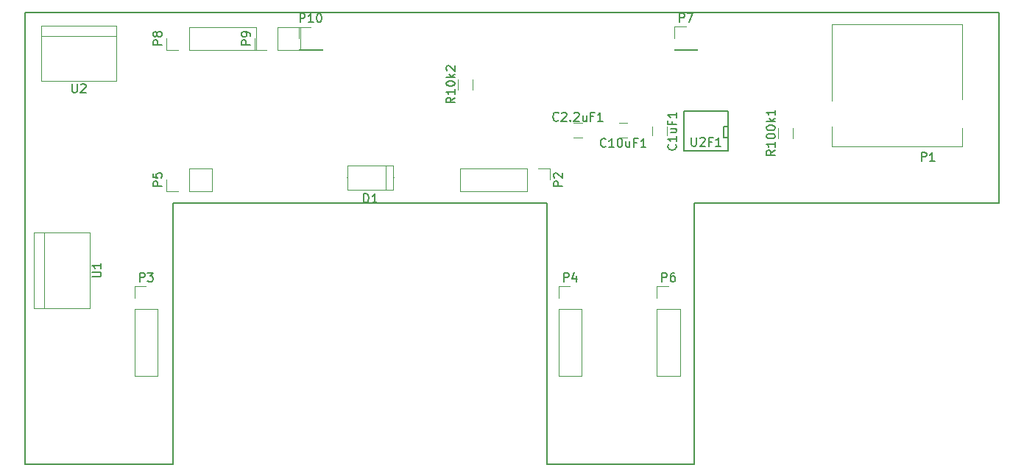
<source format=gbr>
G04 #@! TF.GenerationSoftware,KiCad,Pcbnew,(5.0.0)*
G04 #@! TF.CreationDate,2018-11-23T00:32:49+07:00*
G04 #@! TF.ProjectId,ext_module,6578745F6D6F64756C652E6B69636164,rev?*
G04 #@! TF.SameCoordinates,Original*
G04 #@! TF.FileFunction,Legend,Top*
G04 #@! TF.FilePolarity,Positive*
%FSLAX46Y46*%
G04 Gerber Fmt 4.6, Leading zero omitted, Abs format (unit mm)*
G04 Created by KiCad (PCBNEW (5.0.0)) date 11/23/18 00:32:49*
%MOMM*%
%LPD*%
G01*
G04 APERTURE LIST*
%ADD10C,0.150000*%
%ADD11C,0.120000*%
G04 APERTURE END LIST*
D10*
X21000000Y-23000000D02*
X21000000Y-75000000D01*
X133000000Y-23000000D02*
X21000000Y-23000000D01*
X133000000Y-45000000D02*
X133000000Y-23000000D01*
X98000000Y-45000000D02*
X133000000Y-45000000D01*
X98000000Y-75000000D02*
X98000000Y-45000000D01*
X81000000Y-75000000D02*
X98000000Y-75000000D01*
X81000000Y-45000000D02*
X81000000Y-75000000D01*
X38000000Y-45000000D02*
X81000000Y-45000000D01*
X38000000Y-75000000D02*
X38000000Y-45000000D01*
X21000000Y-75000000D02*
X38000000Y-75000000D01*
D11*
G04 #@! TO.C,D1*
X63366000Y-43447000D02*
X63366000Y-40627000D01*
X63366000Y-40627000D02*
X58046000Y-40627000D01*
X58046000Y-40627000D02*
X58046000Y-43447000D01*
X58046000Y-43447000D02*
X63366000Y-43447000D01*
X63436000Y-42037000D02*
X63366000Y-42037000D01*
X57976000Y-42037000D02*
X58046000Y-42037000D01*
X62526000Y-43447000D02*
X62526000Y-40627000D01*
G04 #@! TO.C,C1uF1*
X94830000Y-37203000D02*
X94830000Y-36203000D01*
X93130000Y-36203000D02*
X93130000Y-37203000D01*
G04 #@! TO.C,C2.2uF1*
X85082000Y-35726000D02*
X84082000Y-35726000D01*
X84082000Y-37426000D02*
X85082000Y-37426000D01*
G04 #@! TO.C,C10uF1*
X89289000Y-37426000D02*
X90289000Y-37426000D01*
X90289000Y-35726000D02*
X89289000Y-35726000D01*
G04 #@! TO.C,P1*
X113791000Y-38478000D02*
X113791000Y-36148000D01*
X128781000Y-38478000D02*
X128781000Y-36358000D01*
X113791000Y-38478000D02*
X128781000Y-38478000D01*
X113791000Y-24388000D02*
X128781000Y-24388000D01*
X113791000Y-33188000D02*
X113791000Y-24388000D01*
X128781000Y-32988000D02*
X128781000Y-24388000D01*
G04 #@! TO.C,P2*
X78740000Y-40961000D02*
X71060000Y-40961000D01*
X71060000Y-40961000D02*
X71060000Y-43621000D01*
X71060000Y-43621000D02*
X78740000Y-43621000D01*
X78740000Y-43621000D02*
X78740000Y-40961000D01*
X80010000Y-40961000D02*
X81340000Y-40961000D01*
X81340000Y-40961000D02*
X81340000Y-42291000D01*
G04 #@! TO.C,P3*
X33595000Y-57150000D02*
X33595000Y-64830000D01*
X33595000Y-64830000D02*
X36255000Y-64830000D01*
X36255000Y-64830000D02*
X36255000Y-57150000D01*
X36255000Y-57150000D02*
X33595000Y-57150000D01*
X33595000Y-55880000D02*
X33595000Y-54550000D01*
X33595000Y-54550000D02*
X34925000Y-54550000D01*
G04 #@! TO.C,P4*
X82363000Y-57150000D02*
X82363000Y-64830000D01*
X82363000Y-64830000D02*
X85023000Y-64830000D01*
X85023000Y-64830000D02*
X85023000Y-57150000D01*
X85023000Y-57150000D02*
X82363000Y-57150000D01*
X82363000Y-55880000D02*
X82363000Y-54550000D01*
X82363000Y-54550000D02*
X83693000Y-54550000D01*
G04 #@! TO.C,P6*
X93666000Y-57150000D02*
X93666000Y-64830000D01*
X93666000Y-64830000D02*
X96326000Y-64830000D01*
X96326000Y-64830000D02*
X96326000Y-57150000D01*
X96326000Y-57150000D02*
X93666000Y-57150000D01*
X93666000Y-55880000D02*
X93666000Y-54550000D01*
X93666000Y-54550000D02*
X94996000Y-54550000D01*
G04 #@! TO.C,P7*
X95670000Y-27270000D02*
X95670000Y-27330000D01*
X95670000Y-27330000D02*
X98330000Y-27330000D01*
X98330000Y-27330000D02*
X98330000Y-27270000D01*
X98330000Y-27270000D02*
X95670000Y-27270000D01*
X95670000Y-26000000D02*
X95670000Y-24670000D01*
X95670000Y-24670000D02*
X97000000Y-24670000D01*
G04 #@! TO.C,P8*
X39878000Y-27365000D02*
X47558000Y-27365000D01*
X47558000Y-27365000D02*
X47558000Y-24705000D01*
X47558000Y-24705000D02*
X39878000Y-24705000D01*
X39878000Y-24705000D02*
X39878000Y-27365000D01*
X38608000Y-27365000D02*
X37278000Y-27365000D01*
X37278000Y-27365000D02*
X37278000Y-26035000D01*
G04 #@! TO.C,P9*
X50038000Y-27365000D02*
X52638000Y-27365000D01*
X52638000Y-27365000D02*
X52638000Y-24705000D01*
X52638000Y-24705000D02*
X50038000Y-24705000D01*
X50038000Y-24705000D02*
X50038000Y-27365000D01*
X48768000Y-27365000D02*
X47438000Y-27365000D01*
X47438000Y-27365000D02*
X47438000Y-26035000D01*
G04 #@! TO.C,P10*
X52518000Y-27305000D02*
X52518000Y-27365000D01*
X52518000Y-27365000D02*
X55178000Y-27365000D01*
X55178000Y-27365000D02*
X55178000Y-27305000D01*
X55178000Y-27305000D02*
X52518000Y-27305000D01*
X52518000Y-26035000D02*
X52518000Y-24705000D01*
X52518000Y-24705000D02*
X53848000Y-24705000D01*
G04 #@! TO.C,R10k2*
X72508000Y-30703000D02*
X72508000Y-31903000D01*
X70748000Y-31903000D02*
X70748000Y-30703000D01*
G04 #@! TO.C,R100k1*
X109338000Y-36291000D02*
X109338000Y-37491000D01*
X107578000Y-37491000D02*
X107578000Y-36291000D01*
G04 #@! TO.C,U1*
X22005000Y-48355000D02*
X22005000Y-57055000D01*
X28415000Y-48355000D02*
X28415000Y-57055000D01*
X28415000Y-57055000D02*
X22005000Y-57055000D01*
X23235000Y-57055000D02*
X23235000Y-48355000D01*
X22005000Y-48355000D02*
X28415000Y-48355000D01*
G04 #@! TO.C,U2*
X31528000Y-24545000D02*
X22828000Y-24545000D01*
X31528000Y-30955000D02*
X22828000Y-30955000D01*
X22828000Y-30955000D02*
X22828000Y-24545000D01*
X22828000Y-25775000D02*
X31528000Y-25775000D01*
X31528000Y-24545000D02*
X31528000Y-30955000D01*
D10*
G04 #@! TO.C,U2F1*
X101854000Y-38989000D02*
X96774000Y-38989000D01*
X96774000Y-38989000D02*
X96774000Y-34417000D01*
X96774000Y-34417000D02*
X101854000Y-34417000D01*
X101854000Y-34417000D02*
X101854000Y-38989000D01*
X101854000Y-37465000D02*
X101346000Y-37465000D01*
X101346000Y-37465000D02*
X101346000Y-36195000D01*
X101346000Y-36195000D02*
X101854000Y-36195000D01*
D11*
G04 #@! TO.C,P5*
X39878000Y-43621000D02*
X42478000Y-43621000D01*
X42478000Y-43621000D02*
X42478000Y-40961000D01*
X42478000Y-40961000D02*
X39878000Y-40961000D01*
X39878000Y-40961000D02*
X39878000Y-43621000D01*
X38608000Y-43621000D02*
X37278000Y-43621000D01*
X37278000Y-43621000D02*
X37278000Y-42291000D01*
G04 #@! TD*
G04 #@! TO.C,D1*
D10*
X59967904Y-44899380D02*
X59967904Y-43899380D01*
X60206000Y-43899380D01*
X60348857Y-43947000D01*
X60444095Y-44042238D01*
X60491714Y-44137476D01*
X60539333Y-44327952D01*
X60539333Y-44470809D01*
X60491714Y-44661285D01*
X60444095Y-44756523D01*
X60348857Y-44851761D01*
X60206000Y-44899380D01*
X59967904Y-44899380D01*
X61491714Y-44899380D02*
X60920285Y-44899380D01*
X61206000Y-44899380D02*
X61206000Y-43899380D01*
X61110761Y-44042238D01*
X61015523Y-44137476D01*
X60920285Y-44185095D01*
G04 #@! TO.C,C1uF1*
X95837142Y-38226809D02*
X95884761Y-38274428D01*
X95932380Y-38417285D01*
X95932380Y-38512523D01*
X95884761Y-38655380D01*
X95789523Y-38750619D01*
X95694285Y-38798238D01*
X95503809Y-38845857D01*
X95360952Y-38845857D01*
X95170476Y-38798238D01*
X95075238Y-38750619D01*
X94980000Y-38655380D01*
X94932380Y-38512523D01*
X94932380Y-38417285D01*
X94980000Y-38274428D01*
X95027619Y-38226809D01*
X95932380Y-37274428D02*
X95932380Y-37845857D01*
X95932380Y-37560142D02*
X94932380Y-37560142D01*
X95075238Y-37655380D01*
X95170476Y-37750619D01*
X95218095Y-37845857D01*
X95265714Y-36417285D02*
X95932380Y-36417285D01*
X95265714Y-36845857D02*
X95789523Y-36845857D01*
X95884761Y-36798238D01*
X95932380Y-36703000D01*
X95932380Y-36560142D01*
X95884761Y-36464904D01*
X95837142Y-36417285D01*
X95408571Y-35607761D02*
X95408571Y-35941095D01*
X95932380Y-35941095D02*
X94932380Y-35941095D01*
X94932380Y-35464904D01*
X95932380Y-34560142D02*
X95932380Y-35131571D01*
X95932380Y-34845857D02*
X94932380Y-34845857D01*
X95075238Y-34941095D01*
X95170476Y-35036333D01*
X95218095Y-35131571D01*
G04 #@! TO.C,C2.2uF1*
X82343904Y-35433142D02*
X82296285Y-35480761D01*
X82153428Y-35528380D01*
X82058190Y-35528380D01*
X81915333Y-35480761D01*
X81820095Y-35385523D01*
X81772476Y-35290285D01*
X81724857Y-35099809D01*
X81724857Y-34956952D01*
X81772476Y-34766476D01*
X81820095Y-34671238D01*
X81915333Y-34576000D01*
X82058190Y-34528380D01*
X82153428Y-34528380D01*
X82296285Y-34576000D01*
X82343904Y-34623619D01*
X82724857Y-34623619D02*
X82772476Y-34576000D01*
X82867714Y-34528380D01*
X83105809Y-34528380D01*
X83201047Y-34576000D01*
X83248666Y-34623619D01*
X83296285Y-34718857D01*
X83296285Y-34814095D01*
X83248666Y-34956952D01*
X82677238Y-35528380D01*
X83296285Y-35528380D01*
X83724857Y-35433142D02*
X83772476Y-35480761D01*
X83724857Y-35528380D01*
X83677238Y-35480761D01*
X83724857Y-35433142D01*
X83724857Y-35528380D01*
X84153428Y-34623619D02*
X84201047Y-34576000D01*
X84296285Y-34528380D01*
X84534380Y-34528380D01*
X84629619Y-34576000D01*
X84677238Y-34623619D01*
X84724857Y-34718857D01*
X84724857Y-34814095D01*
X84677238Y-34956952D01*
X84105809Y-35528380D01*
X84724857Y-35528380D01*
X85582000Y-34861714D02*
X85582000Y-35528380D01*
X85153428Y-34861714D02*
X85153428Y-35385523D01*
X85201047Y-35480761D01*
X85296285Y-35528380D01*
X85439142Y-35528380D01*
X85534380Y-35480761D01*
X85582000Y-35433142D01*
X86391523Y-35004571D02*
X86058190Y-35004571D01*
X86058190Y-35528380D02*
X86058190Y-34528380D01*
X86534380Y-34528380D01*
X87439142Y-35528380D02*
X86867714Y-35528380D01*
X87153428Y-35528380D02*
X87153428Y-34528380D01*
X87058190Y-34671238D01*
X86962952Y-34766476D01*
X86867714Y-34814095D01*
G04 #@! TO.C,C10uF1*
X87789000Y-38433142D02*
X87741380Y-38480761D01*
X87598523Y-38528380D01*
X87503285Y-38528380D01*
X87360428Y-38480761D01*
X87265190Y-38385523D01*
X87217571Y-38290285D01*
X87169952Y-38099809D01*
X87169952Y-37956952D01*
X87217571Y-37766476D01*
X87265190Y-37671238D01*
X87360428Y-37576000D01*
X87503285Y-37528380D01*
X87598523Y-37528380D01*
X87741380Y-37576000D01*
X87789000Y-37623619D01*
X88741380Y-38528380D02*
X88169952Y-38528380D01*
X88455666Y-38528380D02*
X88455666Y-37528380D01*
X88360428Y-37671238D01*
X88265190Y-37766476D01*
X88169952Y-37814095D01*
X89360428Y-37528380D02*
X89455666Y-37528380D01*
X89550904Y-37576000D01*
X89598523Y-37623619D01*
X89646142Y-37718857D01*
X89693761Y-37909333D01*
X89693761Y-38147428D01*
X89646142Y-38337904D01*
X89598523Y-38433142D01*
X89550904Y-38480761D01*
X89455666Y-38528380D01*
X89360428Y-38528380D01*
X89265190Y-38480761D01*
X89217571Y-38433142D01*
X89169952Y-38337904D01*
X89122333Y-38147428D01*
X89122333Y-37909333D01*
X89169952Y-37718857D01*
X89217571Y-37623619D01*
X89265190Y-37576000D01*
X89360428Y-37528380D01*
X90550904Y-37861714D02*
X90550904Y-38528380D01*
X90122333Y-37861714D02*
X90122333Y-38385523D01*
X90169952Y-38480761D01*
X90265190Y-38528380D01*
X90408047Y-38528380D01*
X90503285Y-38480761D01*
X90550904Y-38433142D01*
X91360428Y-38004571D02*
X91027095Y-38004571D01*
X91027095Y-38528380D02*
X91027095Y-37528380D01*
X91503285Y-37528380D01*
X92408047Y-38528380D02*
X91836619Y-38528380D01*
X92122333Y-38528380D02*
X92122333Y-37528380D01*
X92027095Y-37671238D01*
X91931857Y-37766476D01*
X91836619Y-37814095D01*
G04 #@! TO.C,P1*
X124102904Y-40140380D02*
X124102904Y-39140380D01*
X124483857Y-39140380D01*
X124579095Y-39188000D01*
X124626714Y-39235619D01*
X124674333Y-39330857D01*
X124674333Y-39473714D01*
X124626714Y-39568952D01*
X124579095Y-39616571D01*
X124483857Y-39664190D01*
X124102904Y-39664190D01*
X125626714Y-40140380D02*
X125055285Y-40140380D01*
X125341000Y-40140380D02*
X125341000Y-39140380D01*
X125245761Y-39283238D01*
X125150523Y-39378476D01*
X125055285Y-39426095D01*
G04 #@! TO.C,P2*
X82792380Y-43029095D02*
X81792380Y-43029095D01*
X81792380Y-42648142D01*
X81840000Y-42552904D01*
X81887619Y-42505285D01*
X81982857Y-42457666D01*
X82125714Y-42457666D01*
X82220952Y-42505285D01*
X82268571Y-42552904D01*
X82316190Y-42648142D01*
X82316190Y-43029095D01*
X81887619Y-42076714D02*
X81840000Y-42029095D01*
X81792380Y-41933857D01*
X81792380Y-41695761D01*
X81840000Y-41600523D01*
X81887619Y-41552904D01*
X81982857Y-41505285D01*
X82078095Y-41505285D01*
X82220952Y-41552904D01*
X82792380Y-42124333D01*
X82792380Y-41505285D01*
G04 #@! TO.C,P3*
X34186904Y-54002380D02*
X34186904Y-53002380D01*
X34567857Y-53002380D01*
X34663095Y-53050000D01*
X34710714Y-53097619D01*
X34758333Y-53192857D01*
X34758333Y-53335714D01*
X34710714Y-53430952D01*
X34663095Y-53478571D01*
X34567857Y-53526190D01*
X34186904Y-53526190D01*
X35091666Y-53002380D02*
X35710714Y-53002380D01*
X35377380Y-53383333D01*
X35520238Y-53383333D01*
X35615476Y-53430952D01*
X35663095Y-53478571D01*
X35710714Y-53573809D01*
X35710714Y-53811904D01*
X35663095Y-53907142D01*
X35615476Y-53954761D01*
X35520238Y-54002380D01*
X35234523Y-54002380D01*
X35139285Y-53954761D01*
X35091666Y-53907142D01*
G04 #@! TO.C,P4*
X82954904Y-54002380D02*
X82954904Y-53002380D01*
X83335857Y-53002380D01*
X83431095Y-53050000D01*
X83478714Y-53097619D01*
X83526333Y-53192857D01*
X83526333Y-53335714D01*
X83478714Y-53430952D01*
X83431095Y-53478571D01*
X83335857Y-53526190D01*
X82954904Y-53526190D01*
X84383476Y-53335714D02*
X84383476Y-54002380D01*
X84145380Y-52954761D02*
X83907285Y-53669047D01*
X84526333Y-53669047D01*
G04 #@! TO.C,P6*
X94257904Y-54002380D02*
X94257904Y-53002380D01*
X94638857Y-53002380D01*
X94734095Y-53050000D01*
X94781714Y-53097619D01*
X94829333Y-53192857D01*
X94829333Y-53335714D01*
X94781714Y-53430952D01*
X94734095Y-53478571D01*
X94638857Y-53526190D01*
X94257904Y-53526190D01*
X95686476Y-53002380D02*
X95496000Y-53002380D01*
X95400761Y-53050000D01*
X95353142Y-53097619D01*
X95257904Y-53240476D01*
X95210285Y-53430952D01*
X95210285Y-53811904D01*
X95257904Y-53907142D01*
X95305523Y-53954761D01*
X95400761Y-54002380D01*
X95591238Y-54002380D01*
X95686476Y-53954761D01*
X95734095Y-53907142D01*
X95781714Y-53811904D01*
X95781714Y-53573809D01*
X95734095Y-53478571D01*
X95686476Y-53430952D01*
X95591238Y-53383333D01*
X95400761Y-53383333D01*
X95305523Y-53430952D01*
X95257904Y-53478571D01*
X95210285Y-53573809D01*
G04 #@! TO.C,P7*
X96261904Y-24122380D02*
X96261904Y-23122380D01*
X96642857Y-23122380D01*
X96738095Y-23170000D01*
X96785714Y-23217619D01*
X96833333Y-23312857D01*
X96833333Y-23455714D01*
X96785714Y-23550952D01*
X96738095Y-23598571D01*
X96642857Y-23646190D01*
X96261904Y-23646190D01*
X97166666Y-23122380D02*
X97833333Y-23122380D01*
X97404761Y-24122380D01*
G04 #@! TO.C,P8*
X36730380Y-26773095D02*
X35730380Y-26773095D01*
X35730380Y-26392142D01*
X35778000Y-26296904D01*
X35825619Y-26249285D01*
X35920857Y-26201666D01*
X36063714Y-26201666D01*
X36158952Y-26249285D01*
X36206571Y-26296904D01*
X36254190Y-26392142D01*
X36254190Y-26773095D01*
X36158952Y-25630238D02*
X36111333Y-25725476D01*
X36063714Y-25773095D01*
X35968476Y-25820714D01*
X35920857Y-25820714D01*
X35825619Y-25773095D01*
X35778000Y-25725476D01*
X35730380Y-25630238D01*
X35730380Y-25439761D01*
X35778000Y-25344523D01*
X35825619Y-25296904D01*
X35920857Y-25249285D01*
X35968476Y-25249285D01*
X36063714Y-25296904D01*
X36111333Y-25344523D01*
X36158952Y-25439761D01*
X36158952Y-25630238D01*
X36206571Y-25725476D01*
X36254190Y-25773095D01*
X36349428Y-25820714D01*
X36539904Y-25820714D01*
X36635142Y-25773095D01*
X36682761Y-25725476D01*
X36730380Y-25630238D01*
X36730380Y-25439761D01*
X36682761Y-25344523D01*
X36635142Y-25296904D01*
X36539904Y-25249285D01*
X36349428Y-25249285D01*
X36254190Y-25296904D01*
X36206571Y-25344523D01*
X36158952Y-25439761D01*
G04 #@! TO.C,P9*
X46890380Y-26773095D02*
X45890380Y-26773095D01*
X45890380Y-26392142D01*
X45938000Y-26296904D01*
X45985619Y-26249285D01*
X46080857Y-26201666D01*
X46223714Y-26201666D01*
X46318952Y-26249285D01*
X46366571Y-26296904D01*
X46414190Y-26392142D01*
X46414190Y-26773095D01*
X46890380Y-25725476D02*
X46890380Y-25535000D01*
X46842761Y-25439761D01*
X46795142Y-25392142D01*
X46652285Y-25296904D01*
X46461809Y-25249285D01*
X46080857Y-25249285D01*
X45985619Y-25296904D01*
X45938000Y-25344523D01*
X45890380Y-25439761D01*
X45890380Y-25630238D01*
X45938000Y-25725476D01*
X45985619Y-25773095D01*
X46080857Y-25820714D01*
X46318952Y-25820714D01*
X46414190Y-25773095D01*
X46461809Y-25725476D01*
X46509428Y-25630238D01*
X46509428Y-25439761D01*
X46461809Y-25344523D01*
X46414190Y-25296904D01*
X46318952Y-25249285D01*
G04 #@! TO.C,P10*
X52633714Y-24157380D02*
X52633714Y-23157380D01*
X53014666Y-23157380D01*
X53109904Y-23205000D01*
X53157523Y-23252619D01*
X53205142Y-23347857D01*
X53205142Y-23490714D01*
X53157523Y-23585952D01*
X53109904Y-23633571D01*
X53014666Y-23681190D01*
X52633714Y-23681190D01*
X54157523Y-24157380D02*
X53586095Y-24157380D01*
X53871809Y-24157380D02*
X53871809Y-23157380D01*
X53776571Y-23300238D01*
X53681333Y-23395476D01*
X53586095Y-23443095D01*
X54776571Y-23157380D02*
X54871809Y-23157380D01*
X54967047Y-23205000D01*
X55014666Y-23252619D01*
X55062285Y-23347857D01*
X55109904Y-23538333D01*
X55109904Y-23776428D01*
X55062285Y-23966904D01*
X55014666Y-24062142D01*
X54967047Y-24109761D01*
X54871809Y-24157380D01*
X54776571Y-24157380D01*
X54681333Y-24109761D01*
X54633714Y-24062142D01*
X54586095Y-23966904D01*
X54538476Y-23776428D01*
X54538476Y-23538333D01*
X54586095Y-23347857D01*
X54633714Y-23252619D01*
X54681333Y-23205000D01*
X54776571Y-23157380D01*
G04 #@! TO.C,R10k2*
X70430380Y-32826809D02*
X69954190Y-33160142D01*
X70430380Y-33398238D02*
X69430380Y-33398238D01*
X69430380Y-33017285D01*
X69478000Y-32922047D01*
X69525619Y-32874428D01*
X69620857Y-32826809D01*
X69763714Y-32826809D01*
X69858952Y-32874428D01*
X69906571Y-32922047D01*
X69954190Y-33017285D01*
X69954190Y-33398238D01*
X70430380Y-31874428D02*
X70430380Y-32445857D01*
X70430380Y-32160142D02*
X69430380Y-32160142D01*
X69573238Y-32255380D01*
X69668476Y-32350619D01*
X69716095Y-32445857D01*
X69430380Y-31255380D02*
X69430380Y-31160142D01*
X69478000Y-31064904D01*
X69525619Y-31017285D01*
X69620857Y-30969666D01*
X69811333Y-30922047D01*
X70049428Y-30922047D01*
X70239904Y-30969666D01*
X70335142Y-31017285D01*
X70382761Y-31064904D01*
X70430380Y-31160142D01*
X70430380Y-31255380D01*
X70382761Y-31350619D01*
X70335142Y-31398238D01*
X70239904Y-31445857D01*
X70049428Y-31493476D01*
X69811333Y-31493476D01*
X69620857Y-31445857D01*
X69525619Y-31398238D01*
X69478000Y-31350619D01*
X69430380Y-31255380D01*
X70430380Y-30493476D02*
X69430380Y-30493476D01*
X70049428Y-30398238D02*
X70430380Y-30112523D01*
X69763714Y-30112523D02*
X70144666Y-30493476D01*
X69525619Y-29731571D02*
X69478000Y-29683952D01*
X69430380Y-29588714D01*
X69430380Y-29350619D01*
X69478000Y-29255380D01*
X69525619Y-29207761D01*
X69620857Y-29160142D01*
X69716095Y-29160142D01*
X69858952Y-29207761D01*
X70430380Y-29779190D01*
X70430380Y-29160142D01*
G04 #@! TO.C,R100k1*
X107260380Y-38891000D02*
X106784190Y-39224333D01*
X107260380Y-39462428D02*
X106260380Y-39462428D01*
X106260380Y-39081476D01*
X106308000Y-38986238D01*
X106355619Y-38938619D01*
X106450857Y-38891000D01*
X106593714Y-38891000D01*
X106688952Y-38938619D01*
X106736571Y-38986238D01*
X106784190Y-39081476D01*
X106784190Y-39462428D01*
X107260380Y-37938619D02*
X107260380Y-38510047D01*
X107260380Y-38224333D02*
X106260380Y-38224333D01*
X106403238Y-38319571D01*
X106498476Y-38414809D01*
X106546095Y-38510047D01*
X106260380Y-37319571D02*
X106260380Y-37224333D01*
X106308000Y-37129095D01*
X106355619Y-37081476D01*
X106450857Y-37033857D01*
X106641333Y-36986238D01*
X106879428Y-36986238D01*
X107069904Y-37033857D01*
X107165142Y-37081476D01*
X107212761Y-37129095D01*
X107260380Y-37224333D01*
X107260380Y-37319571D01*
X107212761Y-37414809D01*
X107165142Y-37462428D01*
X107069904Y-37510047D01*
X106879428Y-37557666D01*
X106641333Y-37557666D01*
X106450857Y-37510047D01*
X106355619Y-37462428D01*
X106308000Y-37414809D01*
X106260380Y-37319571D01*
X106260380Y-36367190D02*
X106260380Y-36271952D01*
X106308000Y-36176714D01*
X106355619Y-36129095D01*
X106450857Y-36081476D01*
X106641333Y-36033857D01*
X106879428Y-36033857D01*
X107069904Y-36081476D01*
X107165142Y-36129095D01*
X107212761Y-36176714D01*
X107260380Y-36271952D01*
X107260380Y-36367190D01*
X107212761Y-36462428D01*
X107165142Y-36510047D01*
X107069904Y-36557666D01*
X106879428Y-36605285D01*
X106641333Y-36605285D01*
X106450857Y-36557666D01*
X106355619Y-36510047D01*
X106308000Y-36462428D01*
X106260380Y-36367190D01*
X107260380Y-35605285D02*
X106260380Y-35605285D01*
X106879428Y-35510047D02*
X107260380Y-35224333D01*
X106593714Y-35224333D02*
X106974666Y-35605285D01*
X107260380Y-34271952D02*
X107260380Y-34843380D01*
X107260380Y-34557666D02*
X106260380Y-34557666D01*
X106403238Y-34652904D01*
X106498476Y-34748142D01*
X106546095Y-34843380D01*
G04 #@! TO.C,U1*
X28727380Y-53466904D02*
X29536904Y-53466904D01*
X29632142Y-53419285D01*
X29679761Y-53371666D01*
X29727380Y-53276428D01*
X29727380Y-53085952D01*
X29679761Y-52990714D01*
X29632142Y-52943095D01*
X29536904Y-52895476D01*
X28727380Y-52895476D01*
X29727380Y-51895476D02*
X29727380Y-52466904D01*
X29727380Y-52181190D02*
X28727380Y-52181190D01*
X28870238Y-52276428D01*
X28965476Y-52371666D01*
X29013095Y-52466904D01*
G04 #@! TO.C,U2*
X26416095Y-31267380D02*
X26416095Y-32076904D01*
X26463714Y-32172142D01*
X26511333Y-32219761D01*
X26606571Y-32267380D01*
X26797047Y-32267380D01*
X26892285Y-32219761D01*
X26939904Y-32172142D01*
X26987523Y-32076904D01*
X26987523Y-31267380D01*
X27416095Y-31362619D02*
X27463714Y-31315000D01*
X27558952Y-31267380D01*
X27797047Y-31267380D01*
X27892285Y-31315000D01*
X27939904Y-31362619D01*
X27987523Y-31457857D01*
X27987523Y-31553095D01*
X27939904Y-31695952D01*
X27368476Y-32267380D01*
X27987523Y-32267380D01*
G04 #@! TO.C,U2F1*
X97647333Y-37425380D02*
X97647333Y-38234904D01*
X97694952Y-38330142D01*
X97742571Y-38377761D01*
X97837809Y-38425380D01*
X98028285Y-38425380D01*
X98123523Y-38377761D01*
X98171142Y-38330142D01*
X98218761Y-38234904D01*
X98218761Y-37425380D01*
X98647333Y-37520619D02*
X98694952Y-37473000D01*
X98790190Y-37425380D01*
X99028285Y-37425380D01*
X99123523Y-37473000D01*
X99171142Y-37520619D01*
X99218761Y-37615857D01*
X99218761Y-37711095D01*
X99171142Y-37853952D01*
X98599714Y-38425380D01*
X99218761Y-38425380D01*
X99980666Y-37901571D02*
X99647333Y-37901571D01*
X99647333Y-38425380D02*
X99647333Y-37425380D01*
X100123523Y-37425380D01*
X101028285Y-38425380D02*
X100456857Y-38425380D01*
X100742571Y-38425380D02*
X100742571Y-37425380D01*
X100647333Y-37568238D01*
X100552095Y-37663476D01*
X100456857Y-37711095D01*
G04 #@! TO.C,P5*
X36730380Y-43029095D02*
X35730380Y-43029095D01*
X35730380Y-42648142D01*
X35778000Y-42552904D01*
X35825619Y-42505285D01*
X35920857Y-42457666D01*
X36063714Y-42457666D01*
X36158952Y-42505285D01*
X36206571Y-42552904D01*
X36254190Y-42648142D01*
X36254190Y-43029095D01*
X35730380Y-41552904D02*
X35730380Y-42029095D01*
X36206571Y-42076714D01*
X36158952Y-42029095D01*
X36111333Y-41933857D01*
X36111333Y-41695761D01*
X36158952Y-41600523D01*
X36206571Y-41552904D01*
X36301809Y-41505285D01*
X36539904Y-41505285D01*
X36635142Y-41552904D01*
X36682761Y-41600523D01*
X36730380Y-41695761D01*
X36730380Y-41933857D01*
X36682761Y-42029095D01*
X36635142Y-42076714D01*
G04 #@! TD*
M02*

</source>
